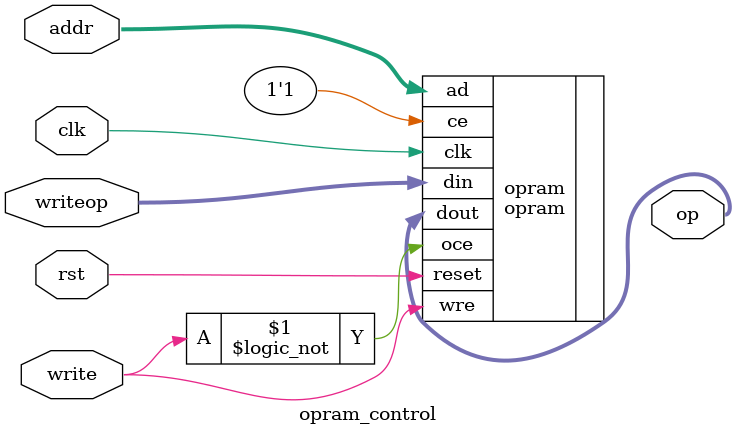
<source format=v>

module opram_control(write, writeop, clk, op, addr, rst);

input [7:0] writeop;
input [7:0] addr;
input write, clk, rst;

output [7:0] op;
//--------Copy here to design--------

opram opram(
    .dout(op), //output [7:0] dout
    .clk(clk), //input clk
    .oce(!(write)), //input oce
    .ce(1'b1), //input ce
    .reset(rst), //input reset
    .wre(write), //input wre
    .ad(addr), //input [2:0] ad
    .din(writeop) //input [7:0] din
);
//--------Copy end-------------------
endmodule

</source>
